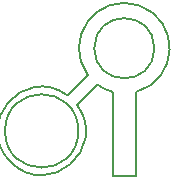
<source format=gbr>
G04 #@! TF.GenerationSoftware,KiCad,Pcbnew,(5.1.0)-1*
G04 #@! TF.CreationDate,2019-07-29T13:34:28-07:00*
G04 #@! TF.ProjectId,EWL_FlexPC,45574c5f-466c-4657-9850-432e6b696361,rev?*
G04 #@! TF.SameCoordinates,Original*
G04 #@! TF.FileFunction,Profile,NP*
%FSLAX46Y46*%
G04 Gerber Fmt 4.6, Leading zero omitted, Abs format (unit mm)*
G04 Created by KiCad (PCBNEW (5.1.0)-1) date 2019-07-29 13:34:28*
%MOMM*%
%LPD*%
G04 APERTURE LIST*
%ADD10C,0.150000*%
G04 APERTURE END LIST*
D10*
X46101612Y-37000000D02*
G75*
G03X46101612Y-37000000I-3101612J0D01*
G01*
X46921924Y-32283733D02*
G75*
G02X50999999Y-33699999I3078076J2283733D01*
G01*
X52547600Y-30000000D02*
G75*
G03X52547600Y-30000000I-2547600J0D01*
G01*
X51000000Y-40800000D02*
X51000000Y-33700000D01*
X47713529Y-33076043D02*
X45999999Y-34800001D01*
X49000000Y-40800000D02*
X49000000Y-33700000D01*
X46921924Y-32283734D02*
X45200000Y-34000000D01*
X49000000Y-40800000D02*
X51000000Y-40800000D01*
X45999999Y-34800000D02*
G75*
G02X45199999Y-34000001I-2999999J-2200000D01*
G01*
X47713529Y-33076043D02*
G75*
G03X49000001Y-33699999I2286471J3076043D01*
G01*
M02*

</source>
